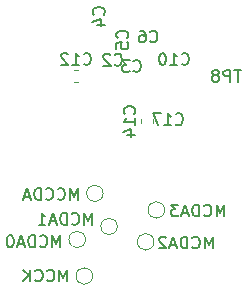
<source format=gbr>
G04 #@! TF.GenerationSoftware,KiCad,Pcbnew,5.0.2-bee76a0~70~ubuntu18.04.1*
G04 #@! TF.CreationDate,2018-12-10T15:17:23+01:00*
G04 #@! TF.ProjectId,sammyultra,73616d6d-7975-46c7-9472-612e6b696361,rev?*
G04 #@! TF.SameCoordinates,Original*
G04 #@! TF.FileFunction,Legend,Bot*
G04 #@! TF.FilePolarity,Positive*
%FSLAX46Y46*%
G04 Gerber Fmt 4.6, Leading zero omitted, Abs format (unit mm)*
G04 Created by KiCad (PCBNEW 5.0.2-bee76a0~70~ubuntu18.04.1) date 2018-12-10T15:17:23 CET*
%MOMM*%
%LPD*%
G01*
G04 APERTURE LIST*
%ADD10C,0.150000*%
%ADD11C,0.120000*%
G04 APERTURE END LIST*
D10*
X104764404Y-107052380D02*
X104764404Y-106052380D01*
X104431071Y-106766666D01*
X104097738Y-106052380D01*
X104097738Y-107052380D01*
X103050119Y-106957142D02*
X103097738Y-107004761D01*
X103240595Y-107052380D01*
X103335833Y-107052380D01*
X103478690Y-107004761D01*
X103573928Y-106909523D01*
X103621547Y-106814285D01*
X103669166Y-106623809D01*
X103669166Y-106480952D01*
X103621547Y-106290476D01*
X103573928Y-106195238D01*
X103478690Y-106100000D01*
X103335833Y-106052380D01*
X103240595Y-106052380D01*
X103097738Y-106100000D01*
X103050119Y-106147619D01*
X102621547Y-107052380D02*
X102621547Y-106052380D01*
X102383452Y-106052380D01*
X102240595Y-106100000D01*
X102145357Y-106195238D01*
X102097738Y-106290476D01*
X102050119Y-106480952D01*
X102050119Y-106623809D01*
X102097738Y-106814285D01*
X102145357Y-106909523D01*
X102240595Y-107004761D01*
X102383452Y-107052380D01*
X102621547Y-107052380D01*
X101669166Y-106766666D02*
X101192976Y-106766666D01*
X101764404Y-107052380D02*
X101431071Y-106052380D01*
X101097738Y-107052380D01*
X100859642Y-106052380D02*
X100240595Y-106052380D01*
X100573928Y-106433333D01*
X100431071Y-106433333D01*
X100335833Y-106480952D01*
X100288214Y-106528571D01*
X100240595Y-106623809D01*
X100240595Y-106861904D01*
X100288214Y-106957142D01*
X100335833Y-107004761D01*
X100431071Y-107052380D01*
X100716785Y-107052380D01*
X100812023Y-107004761D01*
X100859642Y-106957142D01*
X103764404Y-109752380D02*
X103764404Y-108752380D01*
X103431071Y-109466666D01*
X103097738Y-108752380D01*
X103097738Y-109752380D01*
X102050119Y-109657142D02*
X102097738Y-109704761D01*
X102240595Y-109752380D01*
X102335833Y-109752380D01*
X102478690Y-109704761D01*
X102573928Y-109609523D01*
X102621547Y-109514285D01*
X102669166Y-109323809D01*
X102669166Y-109180952D01*
X102621547Y-108990476D01*
X102573928Y-108895238D01*
X102478690Y-108800000D01*
X102335833Y-108752380D01*
X102240595Y-108752380D01*
X102097738Y-108800000D01*
X102050119Y-108847619D01*
X101621547Y-109752380D02*
X101621547Y-108752380D01*
X101383452Y-108752380D01*
X101240595Y-108800000D01*
X101145357Y-108895238D01*
X101097738Y-108990476D01*
X101050119Y-109180952D01*
X101050119Y-109323809D01*
X101097738Y-109514285D01*
X101145357Y-109609523D01*
X101240595Y-109704761D01*
X101383452Y-109752380D01*
X101621547Y-109752380D01*
X100669166Y-109466666D02*
X100192976Y-109466666D01*
X100764404Y-109752380D02*
X100431071Y-108752380D01*
X100097738Y-109752380D01*
X99812023Y-108847619D02*
X99764404Y-108800000D01*
X99669166Y-108752380D01*
X99431071Y-108752380D01*
X99335833Y-108800000D01*
X99288214Y-108847619D01*
X99240595Y-108942857D01*
X99240595Y-109038095D01*
X99288214Y-109180952D01*
X99859642Y-109752380D01*
X99240595Y-109752380D01*
X91464404Y-112552380D02*
X91464404Y-111552380D01*
X91131071Y-112266666D01*
X90797738Y-111552380D01*
X90797738Y-112552380D01*
X89750119Y-112457142D02*
X89797738Y-112504761D01*
X89940595Y-112552380D01*
X90035833Y-112552380D01*
X90178690Y-112504761D01*
X90273928Y-112409523D01*
X90321547Y-112314285D01*
X90369166Y-112123809D01*
X90369166Y-111980952D01*
X90321547Y-111790476D01*
X90273928Y-111695238D01*
X90178690Y-111600000D01*
X90035833Y-111552380D01*
X89940595Y-111552380D01*
X89797738Y-111600000D01*
X89750119Y-111647619D01*
X88750119Y-112457142D02*
X88797738Y-112504761D01*
X88940595Y-112552380D01*
X89035833Y-112552380D01*
X89178690Y-112504761D01*
X89273928Y-112409523D01*
X89321547Y-112314285D01*
X89369166Y-112123809D01*
X89369166Y-111980952D01*
X89321547Y-111790476D01*
X89273928Y-111695238D01*
X89178690Y-111600000D01*
X89035833Y-111552380D01*
X88940595Y-111552380D01*
X88797738Y-111600000D01*
X88750119Y-111647619D01*
X88321547Y-112552380D02*
X88321547Y-111552380D01*
X87750119Y-112552380D02*
X88178690Y-111980952D01*
X87750119Y-111552380D02*
X88321547Y-112123809D01*
X93564404Y-107752380D02*
X93564404Y-106752380D01*
X93231071Y-107466666D01*
X92897738Y-106752380D01*
X92897738Y-107752380D01*
X91850119Y-107657142D02*
X91897738Y-107704761D01*
X92040595Y-107752380D01*
X92135833Y-107752380D01*
X92278690Y-107704761D01*
X92373928Y-107609523D01*
X92421547Y-107514285D01*
X92469166Y-107323809D01*
X92469166Y-107180952D01*
X92421547Y-106990476D01*
X92373928Y-106895238D01*
X92278690Y-106800000D01*
X92135833Y-106752380D01*
X92040595Y-106752380D01*
X91897738Y-106800000D01*
X91850119Y-106847619D01*
X91421547Y-107752380D02*
X91421547Y-106752380D01*
X91183452Y-106752380D01*
X91040595Y-106800000D01*
X90945357Y-106895238D01*
X90897738Y-106990476D01*
X90850119Y-107180952D01*
X90850119Y-107323809D01*
X90897738Y-107514285D01*
X90945357Y-107609523D01*
X91040595Y-107704761D01*
X91183452Y-107752380D01*
X91421547Y-107752380D01*
X90469166Y-107466666D02*
X89992976Y-107466666D01*
X90564404Y-107752380D02*
X90231071Y-106752380D01*
X89897738Y-107752380D01*
X89040595Y-107752380D02*
X89612023Y-107752380D01*
X89326309Y-107752380D02*
X89326309Y-106752380D01*
X89421547Y-106895238D01*
X89516785Y-106990476D01*
X89612023Y-107038095D01*
X90864404Y-109652380D02*
X90864404Y-108652380D01*
X90531071Y-109366666D01*
X90197738Y-108652380D01*
X90197738Y-109652380D01*
X89150119Y-109557142D02*
X89197738Y-109604761D01*
X89340595Y-109652380D01*
X89435833Y-109652380D01*
X89578690Y-109604761D01*
X89673928Y-109509523D01*
X89721547Y-109414285D01*
X89769166Y-109223809D01*
X89769166Y-109080952D01*
X89721547Y-108890476D01*
X89673928Y-108795238D01*
X89578690Y-108700000D01*
X89435833Y-108652380D01*
X89340595Y-108652380D01*
X89197738Y-108700000D01*
X89150119Y-108747619D01*
X88721547Y-109652380D02*
X88721547Y-108652380D01*
X88483452Y-108652380D01*
X88340595Y-108700000D01*
X88245357Y-108795238D01*
X88197738Y-108890476D01*
X88150119Y-109080952D01*
X88150119Y-109223809D01*
X88197738Y-109414285D01*
X88245357Y-109509523D01*
X88340595Y-109604761D01*
X88483452Y-109652380D01*
X88721547Y-109652380D01*
X87769166Y-109366666D02*
X87292976Y-109366666D01*
X87864404Y-109652380D02*
X87531071Y-108652380D01*
X87197738Y-109652380D01*
X86673928Y-108652380D02*
X86578690Y-108652380D01*
X86483452Y-108700000D01*
X86435833Y-108747619D01*
X86388214Y-108842857D01*
X86340595Y-109033333D01*
X86340595Y-109271428D01*
X86388214Y-109461904D01*
X86435833Y-109557142D01*
X86483452Y-109604761D01*
X86578690Y-109652380D01*
X86673928Y-109652380D01*
X86769166Y-109604761D01*
X86816785Y-109557142D01*
X86864404Y-109461904D01*
X86912023Y-109271428D01*
X86912023Y-109033333D01*
X86864404Y-108842857D01*
X86816785Y-108747619D01*
X86769166Y-108700000D01*
X86673928Y-108652380D01*
X92364404Y-105652380D02*
X92364404Y-104652380D01*
X92031071Y-105366666D01*
X91697738Y-104652380D01*
X91697738Y-105652380D01*
X90650119Y-105557142D02*
X90697738Y-105604761D01*
X90840595Y-105652380D01*
X90935833Y-105652380D01*
X91078690Y-105604761D01*
X91173928Y-105509523D01*
X91221547Y-105414285D01*
X91269166Y-105223809D01*
X91269166Y-105080952D01*
X91221547Y-104890476D01*
X91173928Y-104795238D01*
X91078690Y-104700000D01*
X90935833Y-104652380D01*
X90840595Y-104652380D01*
X90697738Y-104700000D01*
X90650119Y-104747619D01*
X89650119Y-105557142D02*
X89697738Y-105604761D01*
X89840595Y-105652380D01*
X89935833Y-105652380D01*
X90078690Y-105604761D01*
X90173928Y-105509523D01*
X90221547Y-105414285D01*
X90269166Y-105223809D01*
X90269166Y-105080952D01*
X90221547Y-104890476D01*
X90173928Y-104795238D01*
X90078690Y-104700000D01*
X89935833Y-104652380D01*
X89840595Y-104652380D01*
X89697738Y-104700000D01*
X89650119Y-104747619D01*
X89221547Y-105652380D02*
X89221547Y-104652380D01*
X88983452Y-104652380D01*
X88840595Y-104700000D01*
X88745357Y-104795238D01*
X88697738Y-104890476D01*
X88650119Y-105080952D01*
X88650119Y-105223809D01*
X88697738Y-105414285D01*
X88745357Y-105509523D01*
X88840595Y-105604761D01*
X88983452Y-105652380D01*
X89221547Y-105652380D01*
X88269166Y-105366666D02*
X87792976Y-105366666D01*
X88364404Y-105652380D02*
X88031071Y-104652380D01*
X87697738Y-105652380D01*
D11*
G04 #@! TO.C,TP2*
X98800000Y-109200000D02*
G75*
G03X98800000Y-109200000I-700000J0D01*
G01*
G04 #@! TO.C,TP3*
X99700000Y-106500000D02*
G75*
G03X99700000Y-106500000I-700000J0D01*
G01*
G04 #@! TO.C,TP4*
X94500000Y-105100000D02*
G75*
G03X94500000Y-105100000I-700000J0D01*
G01*
G04 #@! TO.C,TP5*
X93600000Y-112100000D02*
G75*
G03X93600000Y-112100000I-700000J0D01*
G01*
G04 #@! TO.C,TP6*
X93000000Y-109000000D02*
G75*
G03X93000000Y-109000000I-700000J0D01*
G01*
G04 #@! TO.C,TP7*
X95700000Y-107900000D02*
G75*
G03X95700000Y-107900000I-700000J0D01*
G01*
G04 #@! TO.C,C12*
X92362779Y-94690000D02*
X92037221Y-94690000D01*
X92362779Y-95710000D02*
X92037221Y-95710000D01*
G04 #@! TO.C,C14*
X97690000Y-98837221D02*
X97690000Y-99162779D01*
X98710000Y-98837221D02*
X98710000Y-99162779D01*
G04 #@! TO.C,TP8*
D10*
X106161904Y-94652380D02*
X105590476Y-94652380D01*
X105876190Y-95652380D02*
X105876190Y-94652380D01*
X105257142Y-95652380D02*
X105257142Y-94652380D01*
X104876190Y-94652380D01*
X104780952Y-94700000D01*
X104733333Y-94747619D01*
X104685714Y-94842857D01*
X104685714Y-94985714D01*
X104733333Y-95080952D01*
X104780952Y-95128571D01*
X104876190Y-95176190D01*
X105257142Y-95176190D01*
X104114285Y-95080952D02*
X104209523Y-95033333D01*
X104257142Y-94985714D01*
X104304761Y-94890476D01*
X104304761Y-94842857D01*
X104257142Y-94747619D01*
X104209523Y-94700000D01*
X104114285Y-94652380D01*
X103923809Y-94652380D01*
X103828571Y-94700000D01*
X103780952Y-94747619D01*
X103733333Y-94842857D01*
X103733333Y-94890476D01*
X103780952Y-94985714D01*
X103828571Y-95033333D01*
X103923809Y-95080952D01*
X104114285Y-95080952D01*
X104209523Y-95128571D01*
X104257142Y-95176190D01*
X104304761Y-95271428D01*
X104304761Y-95461904D01*
X104257142Y-95557142D01*
X104209523Y-95604761D01*
X104114285Y-95652380D01*
X103923809Y-95652380D01*
X103828571Y-95604761D01*
X103780952Y-95557142D01*
X103733333Y-95461904D01*
X103733333Y-95271428D01*
X103780952Y-95176190D01*
X103828571Y-95128571D01*
X103923809Y-95080952D01*
G04 #@! TO.C,C17*
X100642857Y-99227142D02*
X100690476Y-99274761D01*
X100833333Y-99322380D01*
X100928571Y-99322380D01*
X101071428Y-99274761D01*
X101166666Y-99179523D01*
X101214285Y-99084285D01*
X101261904Y-98893809D01*
X101261904Y-98750952D01*
X101214285Y-98560476D01*
X101166666Y-98465238D01*
X101071428Y-98370000D01*
X100928571Y-98322380D01*
X100833333Y-98322380D01*
X100690476Y-98370000D01*
X100642857Y-98417619D01*
X99690476Y-99322380D02*
X100261904Y-99322380D01*
X99976190Y-99322380D02*
X99976190Y-98322380D01*
X100071428Y-98465238D01*
X100166666Y-98560476D01*
X100261904Y-98608095D01*
X99357142Y-98322380D02*
X98690476Y-98322380D01*
X99119047Y-99322380D01*
G04 #@! TO.C,C10*
X101142857Y-94127142D02*
X101190476Y-94174761D01*
X101333333Y-94222380D01*
X101428571Y-94222380D01*
X101571428Y-94174761D01*
X101666666Y-94079523D01*
X101714285Y-93984285D01*
X101761904Y-93793809D01*
X101761904Y-93650952D01*
X101714285Y-93460476D01*
X101666666Y-93365238D01*
X101571428Y-93270000D01*
X101428571Y-93222380D01*
X101333333Y-93222380D01*
X101190476Y-93270000D01*
X101142857Y-93317619D01*
X100190476Y-94222380D02*
X100761904Y-94222380D01*
X100476190Y-94222380D02*
X100476190Y-93222380D01*
X100571428Y-93365238D01*
X100666666Y-93460476D01*
X100761904Y-93508095D01*
X99571428Y-93222380D02*
X99476190Y-93222380D01*
X99380952Y-93270000D01*
X99333333Y-93317619D01*
X99285714Y-93412857D01*
X99238095Y-93603333D01*
X99238095Y-93841428D01*
X99285714Y-94031904D01*
X99333333Y-94127142D01*
X99380952Y-94174761D01*
X99476190Y-94222380D01*
X99571428Y-94222380D01*
X99666666Y-94174761D01*
X99714285Y-94127142D01*
X99761904Y-94031904D01*
X99809523Y-93841428D01*
X99809523Y-93603333D01*
X99761904Y-93412857D01*
X99714285Y-93317619D01*
X99666666Y-93270000D01*
X99571428Y-93222380D01*
G04 #@! TO.C,C6*
X98466666Y-92227142D02*
X98514285Y-92274761D01*
X98657142Y-92322380D01*
X98752380Y-92322380D01*
X98895238Y-92274761D01*
X98990476Y-92179523D01*
X99038095Y-92084285D01*
X99085714Y-91893809D01*
X99085714Y-91750952D01*
X99038095Y-91560476D01*
X98990476Y-91465238D01*
X98895238Y-91370000D01*
X98752380Y-91322380D01*
X98657142Y-91322380D01*
X98514285Y-91370000D01*
X98466666Y-91417619D01*
X97609523Y-91322380D02*
X97800000Y-91322380D01*
X97895238Y-91370000D01*
X97942857Y-91417619D01*
X98038095Y-91560476D01*
X98085714Y-91750952D01*
X98085714Y-92131904D01*
X98038095Y-92227142D01*
X97990476Y-92274761D01*
X97895238Y-92322380D01*
X97704761Y-92322380D01*
X97609523Y-92274761D01*
X97561904Y-92227142D01*
X97514285Y-92131904D01*
X97514285Y-91893809D01*
X97561904Y-91798571D01*
X97609523Y-91750952D01*
X97704761Y-91703333D01*
X97895238Y-91703333D01*
X97990476Y-91750952D01*
X98038095Y-91798571D01*
X98085714Y-91893809D01*
G04 #@! TO.C,C5*
X96527142Y-91933333D02*
X96574761Y-91885714D01*
X96622380Y-91742857D01*
X96622380Y-91647619D01*
X96574761Y-91504761D01*
X96479523Y-91409523D01*
X96384285Y-91361904D01*
X96193809Y-91314285D01*
X96050952Y-91314285D01*
X95860476Y-91361904D01*
X95765238Y-91409523D01*
X95670000Y-91504761D01*
X95622380Y-91647619D01*
X95622380Y-91742857D01*
X95670000Y-91885714D01*
X95717619Y-91933333D01*
X95622380Y-92838095D02*
X95622380Y-92361904D01*
X96098571Y-92314285D01*
X96050952Y-92361904D01*
X96003333Y-92457142D01*
X96003333Y-92695238D01*
X96050952Y-92790476D01*
X96098571Y-92838095D01*
X96193809Y-92885714D01*
X96431904Y-92885714D01*
X96527142Y-92838095D01*
X96574761Y-92790476D01*
X96622380Y-92695238D01*
X96622380Y-92457142D01*
X96574761Y-92361904D01*
X96527142Y-92314285D01*
G04 #@! TO.C,C4*
X94537142Y-89958333D02*
X94584761Y-89910714D01*
X94632380Y-89767857D01*
X94632380Y-89672619D01*
X94584761Y-89529761D01*
X94489523Y-89434523D01*
X94394285Y-89386904D01*
X94203809Y-89339285D01*
X94060952Y-89339285D01*
X93870476Y-89386904D01*
X93775238Y-89434523D01*
X93680000Y-89529761D01*
X93632380Y-89672619D01*
X93632380Y-89767857D01*
X93680000Y-89910714D01*
X93727619Y-89958333D01*
X93965714Y-90815476D02*
X94632380Y-90815476D01*
X93584761Y-90577380D02*
X94299047Y-90339285D01*
X94299047Y-90958333D01*
G04 #@! TO.C,C3*
X97066666Y-94727142D02*
X97114285Y-94774761D01*
X97257142Y-94822380D01*
X97352380Y-94822380D01*
X97495238Y-94774761D01*
X97590476Y-94679523D01*
X97638095Y-94584285D01*
X97685714Y-94393809D01*
X97685714Y-94250952D01*
X97638095Y-94060476D01*
X97590476Y-93965238D01*
X97495238Y-93870000D01*
X97352380Y-93822380D01*
X97257142Y-93822380D01*
X97114285Y-93870000D01*
X97066666Y-93917619D01*
X96733333Y-93822380D02*
X96114285Y-93822380D01*
X96447619Y-94203333D01*
X96304761Y-94203333D01*
X96209523Y-94250952D01*
X96161904Y-94298571D01*
X96114285Y-94393809D01*
X96114285Y-94631904D01*
X96161904Y-94727142D01*
X96209523Y-94774761D01*
X96304761Y-94822380D01*
X96590476Y-94822380D01*
X96685714Y-94774761D01*
X96733333Y-94727142D01*
G04 #@! TO.C,C2*
X95466666Y-94187142D02*
X95514285Y-94234761D01*
X95657142Y-94282380D01*
X95752380Y-94282380D01*
X95895238Y-94234761D01*
X95990476Y-94139523D01*
X96038095Y-94044285D01*
X96085714Y-93853809D01*
X96085714Y-93710952D01*
X96038095Y-93520476D01*
X95990476Y-93425238D01*
X95895238Y-93330000D01*
X95752380Y-93282380D01*
X95657142Y-93282380D01*
X95514285Y-93330000D01*
X95466666Y-93377619D01*
X95085714Y-93377619D02*
X95038095Y-93330000D01*
X94942857Y-93282380D01*
X94704761Y-93282380D01*
X94609523Y-93330000D01*
X94561904Y-93377619D01*
X94514285Y-93472857D01*
X94514285Y-93568095D01*
X94561904Y-93710952D01*
X95133333Y-94282380D01*
X94514285Y-94282380D01*
G04 #@! TO.C,C12*
X92842857Y-94127142D02*
X92890476Y-94174761D01*
X93033333Y-94222380D01*
X93128571Y-94222380D01*
X93271428Y-94174761D01*
X93366666Y-94079523D01*
X93414285Y-93984285D01*
X93461904Y-93793809D01*
X93461904Y-93650952D01*
X93414285Y-93460476D01*
X93366666Y-93365238D01*
X93271428Y-93270000D01*
X93128571Y-93222380D01*
X93033333Y-93222380D01*
X92890476Y-93270000D01*
X92842857Y-93317619D01*
X91890476Y-94222380D02*
X92461904Y-94222380D01*
X92176190Y-94222380D02*
X92176190Y-93222380D01*
X92271428Y-93365238D01*
X92366666Y-93460476D01*
X92461904Y-93508095D01*
X91509523Y-93317619D02*
X91461904Y-93270000D01*
X91366666Y-93222380D01*
X91128571Y-93222380D01*
X91033333Y-93270000D01*
X90985714Y-93317619D01*
X90938095Y-93412857D01*
X90938095Y-93508095D01*
X90985714Y-93650952D01*
X91557142Y-94222380D01*
X90938095Y-94222380D01*
G04 #@! TO.C,C14*
X97127142Y-98357142D02*
X97174761Y-98309523D01*
X97222380Y-98166666D01*
X97222380Y-98071428D01*
X97174761Y-97928571D01*
X97079523Y-97833333D01*
X96984285Y-97785714D01*
X96793809Y-97738095D01*
X96650952Y-97738095D01*
X96460476Y-97785714D01*
X96365238Y-97833333D01*
X96270000Y-97928571D01*
X96222380Y-98071428D01*
X96222380Y-98166666D01*
X96270000Y-98309523D01*
X96317619Y-98357142D01*
X97222380Y-99309523D02*
X97222380Y-98738095D01*
X97222380Y-99023809D02*
X96222380Y-99023809D01*
X96365238Y-98928571D01*
X96460476Y-98833333D01*
X96508095Y-98738095D01*
X96555714Y-100166666D02*
X97222380Y-100166666D01*
X96174761Y-99928571D02*
X96889047Y-99690476D01*
X96889047Y-100309523D01*
G04 #@! TD*
M02*

</source>
